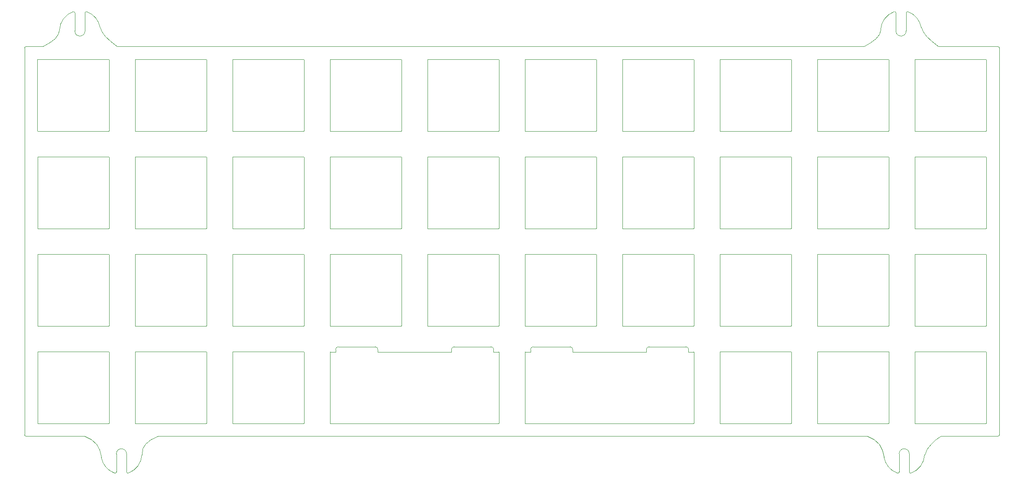
<source format=gm1>
G04 #@! TF.GenerationSoftware,KiCad,Pcbnew,(6.0.0)*
G04 #@! TF.CreationDate,2023-02-08T23:35:55+02:00*
G04 #@! TF.ProjectId,Umo FR4 Plates,556d6f20-4652-4342-9050-6c617465732e,rev?*
G04 #@! TF.SameCoordinates,Original*
G04 #@! TF.FileFunction,Profile,NP*
%FSLAX46Y46*%
G04 Gerber Fmt 4.6, Leading zero omitted, Abs format (unit mm)*
G04 Created by KiCad (PCBNEW (6.0.0)) date 2023-02-08 23:35:55*
%MOMM*%
%LPD*%
G01*
G04 APERTURE LIST*
G04 #@! TA.AperFunction,Profile*
%ADD10C,0.100000*%
G04 #@! TD*
G04 APERTURE END LIST*
D10*
X123440000Y-88610000D02*
G75*
G03*
X123390000Y-88560000I-50001J-1D01*
G01*
X71339999Y-121559999D02*
X71339999Y-107659999D01*
X199590000Y-64460000D02*
X185690000Y-64460000D01*
X66240000Y-83510000D02*
X52340000Y-83510000D01*
X185640000Y-64410000D02*
G75*
G03*
X185690000Y-64460000I50001J1D01*
G01*
X104389999Y-88609999D02*
G75*
G03*
X104339999Y-88559999I-50001J-1D01*
G01*
X133700000Y-106617347D02*
X136098983Y-106617348D01*
X123390000Y-83510000D02*
X109490000Y-83510000D01*
X204690000Y-102510000D02*
X204690000Y-88610000D01*
X222682077Y-127554861D02*
X222682077Y-131090401D01*
X199590000Y-83510000D02*
G75*
G03*
X199640000Y-83460000I-1J50001D01*
G01*
X204740000Y-50460000D02*
X218640000Y-50460000D01*
X223790000Y-88560000D02*
X237690000Y-88560000D01*
X199589999Y-121609999D02*
X185689999Y-121609999D01*
X85290000Y-102560000D02*
X71390000Y-102560000D01*
X128490000Y-102510000D02*
X128490000Y-88610000D01*
X71390000Y-50460000D02*
G75*
G03*
X71340000Y-50510000I1J-50001D01*
G01*
X104390000Y-69560000D02*
X104390000Y-83460000D01*
X225009591Y-44197549D02*
X225342237Y-45020621D01*
X220066690Y-44870997D02*
G75*
G03*
X222066690Y-44870997I1000000J0D01*
G01*
X104339999Y-102559999D02*
G75*
G03*
X104389999Y-102509999I-1J50001D01*
G01*
X166590000Y-83460000D02*
X166590000Y-69560000D01*
X109440000Y-83460000D02*
G75*
G03*
X109490000Y-83510000I50001J1D01*
G01*
X204690000Y-83460000D02*
X204690000Y-69560000D01*
X64454285Y-126822780D02*
X63820223Y-125661181D01*
X226165573Y-126645341D02*
X226855878Y-125672761D01*
X66239999Y-121609999D02*
G75*
G03*
X66289999Y-121559999I-1J50001D01*
G01*
X62798560Y-124770537D02*
X61432508Y-124120640D01*
X66290000Y-88610000D02*
X66290000Y-102510000D01*
X180590000Y-69560000D02*
G75*
G03*
X180540000Y-69510000I-50001J-1D01*
G01*
X166640000Y-69510000D02*
G75*
G03*
X166590000Y-69560000I1J-50001D01*
G01*
X217071038Y-44684545D02*
X216803578Y-45538884D01*
X237690000Y-83510000D02*
G75*
G03*
X237740000Y-83460000I-1J50001D01*
G01*
X147539999Y-121559999D02*
G75*
G03*
X147589999Y-121609999I50001J1D01*
G01*
X71340000Y-64410000D02*
X71340000Y-50510000D01*
X147590000Y-50460000D02*
G75*
G03*
X147540000Y-50510000I1J-50001D01*
G01*
X204689999Y-121559999D02*
G75*
G03*
X204739999Y-121609999I50001J1D01*
G01*
X218640000Y-64460000D02*
X204740000Y-64460000D01*
X225677739Y-127741220D02*
X226165573Y-126645341D01*
X52340000Y-69510000D02*
G75*
G03*
X52290000Y-69560000I1J-50001D01*
G01*
X69682077Y-127554861D02*
X69682077Y-131090395D01*
X142440000Y-64460000D02*
X128540000Y-64460000D01*
X237690000Y-102560000D02*
G75*
G03*
X237740000Y-102510000I-1J50001D01*
G01*
X66240000Y-102560000D02*
G75*
G03*
X66290000Y-102510000I-1J50001D01*
G01*
X104390000Y-50510000D02*
G75*
G03*
X104340000Y-50460000I-50001J-1D01*
G01*
X237690000Y-83510000D02*
X223790000Y-83510000D01*
X90389999Y-121559999D02*
G75*
G03*
X90439999Y-121609999I50001J1D01*
G01*
X166640000Y-69510000D02*
X180540000Y-69510000D01*
X223015410Y-131326103D02*
G75*
G03*
X225677739Y-127741220I-1333330J3771240D01*
G01*
X66239999Y-121609999D02*
X52339999Y-121609999D01*
X218690000Y-69560000D02*
X218690000Y-83460000D01*
X71390000Y-69510000D02*
X85290000Y-69510000D01*
X90390000Y-64410000D02*
X90390000Y-50510000D01*
X66266708Y-50503065D02*
X66266708Y-64403065D01*
X166640000Y-88560000D02*
X180540000Y-88560000D01*
X142489847Y-107667407D02*
G75*
G03*
X142439847Y-107617407I-50001J-1D01*
G01*
X199590000Y-64460000D02*
G75*
G03*
X199640000Y-64410000I-1J50001D01*
G01*
X161540000Y-69560000D02*
X161540000Y-83460000D01*
X199640000Y-88610000D02*
X199640000Y-102510000D01*
X185639999Y-121559999D02*
G75*
G03*
X185689999Y-121609999I50001J1D01*
G01*
X180540000Y-102560000D02*
X166640000Y-102560000D01*
X50013761Y-47920640D02*
G75*
G03*
X49763761Y-48170640I-1J-249999D01*
G01*
X123390000Y-64460000D02*
X109490000Y-64460000D01*
X166639999Y-121609999D02*
X147589999Y-121609999D01*
X71390000Y-88560000D02*
G75*
G03*
X71340000Y-88610000I1J-50001D01*
G01*
X204739999Y-88559999D02*
G75*
G03*
X204689999Y-88609999I1J-50001D01*
G01*
X218690000Y-88610000D02*
G75*
G03*
X218640000Y-88560000I-50001J-1D01*
G01*
X90390000Y-83460000D02*
X90390000Y-69560000D01*
X90439999Y-107609999D02*
G75*
G03*
X90389999Y-107659999I1J-50001D01*
G01*
X61900023Y-41099762D02*
G75*
G03*
X61566690Y-41335463I-83334J-235701D01*
G01*
X52266708Y-64403065D02*
X52266708Y-50503065D01*
X128490000Y-102510000D02*
G75*
G03*
X128540000Y-102560000I50001J1D01*
G01*
X204740000Y-50460000D02*
G75*
G03*
X204690000Y-50510000I1J-50001D01*
G01*
X64739200Y-128228451D02*
X64454285Y-126822780D01*
X215788717Y-124784766D02*
X214432508Y-124120640D01*
X66289999Y-107659999D02*
X66289999Y-121559999D01*
X85339999Y-88609999D02*
G75*
G03*
X85289999Y-88559999I-50001J-1D01*
G01*
X227028390Y-46886996D02*
X228337125Y-47920640D01*
X166590000Y-102510000D02*
G75*
G03*
X166640000Y-102560000I50001J1D01*
G01*
X179524983Y-107117348D02*
X179524983Y-107617348D01*
X90440000Y-88560000D02*
G75*
G03*
X90390000Y-88610000I1J-50001D01*
G01*
X237690000Y-102560000D02*
X223790000Y-102560000D01*
X141424983Y-107117348D02*
G75*
G03*
X140924983Y-106617348I-500001J-1D01*
G01*
X147539999Y-121559999D02*
X147539817Y-107667169D01*
X223740000Y-102510000D02*
X223740000Y-88610000D01*
X237740000Y-69560000D02*
X237740000Y-83460000D01*
X180539999Y-121609999D02*
G75*
G03*
X180589999Y-121559999I-1J50001D01*
G01*
X142489847Y-107667407D02*
X142489999Y-121559999D01*
X222682077Y-127554861D02*
G75*
G03*
X220682077Y-127554964I-1000000J0D01*
G01*
X123440000Y-69560000D02*
X123440000Y-83460000D01*
X142490000Y-69560000D02*
X142490000Y-83460000D01*
X55674383Y-46362929D02*
X54665694Y-47155191D01*
X104339999Y-121609999D02*
X90439999Y-121609999D01*
X128540000Y-69510000D02*
X142440000Y-69510000D01*
X219733357Y-41099761D02*
G75*
G03*
X217071032Y-44684673I1333334J-3771237D01*
G01*
X123390000Y-102560000D02*
G75*
G03*
X123440000Y-102510000I-1J50001D01*
G01*
X217739182Y-128228343D02*
X217444667Y-126836828D01*
X66290000Y-69560000D02*
X66290000Y-83460000D01*
X52290000Y-83460000D02*
X52290000Y-69560000D01*
X66528390Y-46886996D02*
X67837125Y-47920640D01*
X85339999Y-107659999D02*
G75*
G03*
X85289999Y-107609999I-50001J-1D01*
G01*
X111048983Y-106617348D02*
X118274000Y-106617347D01*
X109490000Y-50460000D02*
X123390000Y-50460000D01*
X66216708Y-64453065D02*
G75*
G03*
X66266708Y-64403065I-1J50001D01*
G01*
X128539999Y-121609999D02*
X109489999Y-121609999D01*
X166640000Y-88560000D02*
G75*
G03*
X166590000Y-88610000I1J-50001D01*
G01*
X185690000Y-69510000D02*
X199590000Y-69510000D01*
X218690000Y-50510000D02*
G75*
G03*
X218640000Y-50460000I-50001J-1D01*
G01*
X220348744Y-131326096D02*
G75*
G03*
X220682077Y-131090395I83334J235701D01*
G01*
X85290000Y-64460000D02*
X71390000Y-64460000D01*
X185639999Y-121559999D02*
X185639999Y-107659999D01*
X123390000Y-64460000D02*
G75*
G03*
X123440000Y-64410000I-1J50001D01*
G01*
X237740000Y-88610000D02*
X237740000Y-102510000D01*
X225342237Y-45020621D02*
X226010995Y-45916203D01*
X218693717Y-107659998D02*
G75*
G03*
X218643717Y-107609998I-50001J-1D01*
G01*
X180540000Y-64460000D02*
G75*
G03*
X180590000Y-64410000I-1J50001D01*
G01*
X180590000Y-50510000D02*
G75*
G03*
X180540000Y-50460000I-50001J-1D01*
G01*
X218640000Y-83510000D02*
X204740000Y-83510000D01*
X147590000Y-69510000D02*
G75*
G03*
X147540000Y-69560000I1J-50001D01*
G01*
X199589999Y-102559999D02*
X185689999Y-102559999D01*
X199640000Y-50510000D02*
G75*
G03*
X199590000Y-50460000I-50001J-1D01*
G01*
X223789999Y-88559999D02*
G75*
G03*
X223739999Y-88609999I1J-50001D01*
G01*
X71389999Y-107609999D02*
X85289999Y-107609999D01*
X180540000Y-64460000D02*
X166640000Y-64460000D01*
X128490000Y-64410000D02*
X128490000Y-50510000D01*
X128540000Y-88560000D02*
G75*
G03*
X128490000Y-88610000I1J-50001D01*
G01*
X85340000Y-69560000D02*
G75*
G03*
X85290000Y-69510000I-50001J-1D01*
G01*
X142440000Y-102560000D02*
X128540000Y-102560000D01*
X180540000Y-102560000D02*
G75*
G03*
X180590000Y-102510000I-1J50001D01*
G01*
X180539999Y-121609999D02*
X166639999Y-121609999D01*
X104340000Y-64460000D02*
G75*
G03*
X104390000Y-64410000I-1J50001D01*
G01*
X147590000Y-88560000D02*
G75*
G03*
X147540000Y-88610000I1J-50001D01*
G01*
X174198983Y-106617348D02*
X179024983Y-106617348D01*
X237739999Y-107659999D02*
G75*
G03*
X237689999Y-107609999I-50001J-1D01*
G01*
X218640000Y-102560000D02*
X204740000Y-102560000D01*
X180590000Y-88610000D02*
X180590000Y-102510000D01*
X161490000Y-102560000D02*
X147590000Y-102560000D01*
X161540000Y-88610000D02*
X161540000Y-102510000D01*
X54665694Y-47155191D02*
X53336829Y-47920640D01*
X217739183Y-128228343D02*
G75*
G03*
X220348743Y-131326097I3942895J673482D01*
G01*
X216807005Y-125680409D02*
X215788717Y-124784766D01*
X52289999Y-121559999D02*
X52289999Y-107659999D01*
X185640000Y-102510000D02*
X185640000Y-88610000D01*
X171800000Y-106617347D02*
G75*
G03*
X171300000Y-107117347I1J-500001D01*
G01*
X66240000Y-102560000D02*
X52340000Y-102560000D01*
X185690000Y-50460000D02*
X199590000Y-50460000D01*
X223790000Y-50460000D02*
G75*
G03*
X223740000Y-50510000I1J-50001D01*
G01*
X220066690Y-44870997D02*
X220066690Y-41335463D01*
X50013761Y-47920640D02*
X53336829Y-47920640D01*
X110548983Y-107617348D02*
X110548983Y-107117348D01*
X71389999Y-107609999D02*
G75*
G03*
X71339999Y-107659999I1J-50001D01*
G01*
X228337125Y-47920640D02*
X240013761Y-47920640D01*
X185690000Y-88560000D02*
X199590000Y-88560000D01*
X179524983Y-107617348D02*
X180539971Y-107618232D01*
X59566691Y-41335457D02*
G75*
G03*
X59233357Y-41099755I-250001J-1D01*
G01*
X59566690Y-44870997D02*
X59566690Y-41335457D01*
X240013761Y-124120640D02*
G75*
G03*
X240263761Y-123870640I1J249999D01*
G01*
X223739999Y-121559999D02*
G75*
G03*
X223789999Y-121609999I50001J1D01*
G01*
X104389999Y-107659999D02*
X104389999Y-121559999D01*
X223740000Y-64410000D02*
G75*
G03*
X223790000Y-64460000I50001J1D01*
G01*
X147590000Y-88560000D02*
X161490000Y-88560000D01*
X85339999Y-107659999D02*
X85339999Y-121559999D01*
X204690000Y-83460000D02*
G75*
G03*
X204740000Y-83510000I50001J1D01*
G01*
X142490000Y-50510000D02*
X142490000Y-64410000D01*
X90440000Y-88560000D02*
X104340000Y-88560000D01*
X220682077Y-127554964D02*
X220682077Y-131090395D01*
X71390000Y-88560000D02*
X85290000Y-88560000D01*
X71340000Y-83460000D02*
X71340000Y-69560000D01*
X199640000Y-88610000D02*
G75*
G03*
X199590000Y-88560000I-50001J-1D01*
G01*
X237689999Y-121609999D02*
X223789999Y-121609999D01*
X52339999Y-107609999D02*
X66239999Y-107609999D01*
X66289999Y-107659999D02*
G75*
G03*
X66239999Y-107609999I-50001J-1D01*
G01*
X71340000Y-83460000D02*
G75*
G03*
X71390000Y-83510000I50001J1D01*
G01*
X104340000Y-83510000D02*
X90440000Y-83510000D01*
X66216708Y-64453065D02*
X52316708Y-64453065D01*
X218690000Y-69560000D02*
G75*
G03*
X218640000Y-69510000I-50001J-1D01*
G01*
X66240000Y-83510000D02*
G75*
G03*
X66290000Y-83460000I-1J50001D01*
G01*
X90390000Y-102510000D02*
G75*
G03*
X90440000Y-102560000I50001J1D01*
G01*
X104390000Y-69560000D02*
G75*
G03*
X104340000Y-69510000I-50001J-1D01*
G01*
X204689999Y-121559999D02*
X204689999Y-107659999D01*
X204690000Y-64410000D02*
G75*
G03*
X204740000Y-64460000I50001J1D01*
G01*
X185690000Y-88560000D02*
G75*
G03*
X185640000Y-88610000I1J-50001D01*
G01*
X52339999Y-107609999D02*
G75*
G03*
X52289999Y-107659999I1J-50001D01*
G01*
X161490000Y-83510000D02*
X147590000Y-83510000D01*
X223739999Y-121559999D02*
X223739999Y-107659999D01*
X218640000Y-64460000D02*
G75*
G03*
X218690000Y-64410000I-1J50001D01*
G01*
X85340000Y-50510000D02*
G75*
G03*
X85290000Y-50460000I-50001J-1D01*
G01*
X185690000Y-69510000D02*
G75*
G03*
X185640000Y-69560000I1J-50001D01*
G01*
X49763761Y-123870640D02*
G75*
G03*
X50013761Y-124120640I249999J-1D01*
G01*
X104340000Y-102560000D02*
X90440000Y-102560000D01*
X204690000Y-102510000D02*
G75*
G03*
X204740000Y-102560000I50001J1D01*
G01*
X179524983Y-107117348D02*
G75*
G03*
X179024983Y-106617348I-500001J-1D01*
G01*
X90390000Y-64410000D02*
G75*
G03*
X90440000Y-64460000I50001J1D01*
G01*
X223740000Y-83460000D02*
X223740000Y-69560000D01*
X66266708Y-50503065D02*
G75*
G03*
X66216708Y-50453065I-50001J-1D01*
G01*
X171800000Y-106617347D02*
X174198983Y-106617348D01*
X85289999Y-121609999D02*
G75*
G03*
X85339999Y-121559999I-1J50001D01*
G01*
X215165694Y-47155191D02*
X213836829Y-47920640D01*
X216803578Y-45538884D02*
X216174383Y-46362929D01*
X64842237Y-45020621D02*
X65510995Y-45916203D01*
X67837125Y-47920640D02*
X213836829Y-47920640D01*
X180540000Y-83510000D02*
X166640000Y-83510000D01*
X214432508Y-124120640D02*
X75881910Y-124120640D01*
X226010995Y-45916203D02*
X227028390Y-46886996D01*
X109490000Y-69510000D02*
G75*
G03*
X109440000Y-69560000I1J-50001D01*
G01*
X237689999Y-121609999D02*
G75*
G03*
X237739999Y-121559999I-1J50001D01*
G01*
X225009591Y-44197549D02*
G75*
G03*
X222400024Y-41099761I-3942902J-673449D01*
G01*
X111048983Y-106617348D02*
G75*
G03*
X110548983Y-107117348I1J-500001D01*
G01*
X123390000Y-102560000D02*
X109490000Y-102560000D01*
X128490000Y-83460000D02*
G75*
G03*
X128540000Y-83510000I50001J1D01*
G01*
X128540000Y-69510000D02*
G75*
G03*
X128490000Y-69560000I1J-50001D01*
G01*
X218640000Y-102560000D02*
G75*
G03*
X218690000Y-102510000I-1J50001D01*
G01*
X142490000Y-88610000D02*
X142490000Y-102510000D01*
X223740000Y-102510000D02*
G75*
G03*
X223790000Y-102560000I50001J1D01*
G01*
X237740000Y-69560000D02*
G75*
G03*
X237690000Y-69510000I-50001J-1D01*
G01*
X109489818Y-107617245D02*
X110548983Y-107617348D01*
X52266708Y-64403065D02*
G75*
G03*
X52316708Y-64453065I50001J1D01*
G01*
X61566690Y-44870997D02*
X61566690Y-41335463D01*
X85340000Y-69560000D02*
X85340000Y-83460000D01*
X218690000Y-50510000D02*
X218690000Y-64410000D01*
X161540000Y-50510000D02*
G75*
G03*
X161490000Y-50460000I-50001J-1D01*
G01*
X85290000Y-83510000D02*
G75*
G03*
X85340000Y-83460000I-1J50001D01*
G01*
X90440000Y-50460000D02*
G75*
G03*
X90390000Y-50510000I1J-50001D01*
G01*
X166590000Y-64410000D02*
G75*
G03*
X166640000Y-64460000I50001J1D01*
G01*
X52316708Y-50453065D02*
G75*
G03*
X52266708Y-50503065I1J-50001D01*
G01*
X123440000Y-88610000D02*
X123440000Y-102510000D01*
X161490000Y-102560000D02*
G75*
G03*
X161540000Y-102510000I-1J50001D01*
G01*
X109439999Y-121559999D02*
G75*
G03*
X109489999Y-121609999I50001J1D01*
G01*
X156874000Y-107117347D02*
X156874000Y-107617347D01*
X109489818Y-107617245D02*
G75*
G03*
X109439818Y-107667245I1J-50001D01*
G01*
X85340000Y-88610000D02*
X85340000Y-102510000D01*
X142490000Y-50510000D02*
G75*
G03*
X142440000Y-50460000I-50001J-1D01*
G01*
X237739999Y-107659999D02*
X237739999Y-121559999D01*
X123440000Y-50510000D02*
X123440000Y-64410000D01*
X64509591Y-44197549D02*
X64842237Y-45020621D01*
X71390000Y-50460000D02*
X85290000Y-50460000D01*
X222066690Y-44870997D02*
X222066690Y-41335463D01*
X147540000Y-64410000D02*
X147540000Y-50510000D01*
X66290000Y-88610000D02*
G75*
G03*
X66240000Y-88560000I-50001J-1D01*
G01*
X104340000Y-64460000D02*
X90440000Y-64460000D01*
X90440000Y-69510000D02*
X104340000Y-69510000D01*
X128540000Y-50460000D02*
G75*
G03*
X128490000Y-50510000I1J-50001D01*
G01*
X149148983Y-106617348D02*
G75*
G03*
X148648983Y-107117348I1J-500001D01*
G01*
X56571038Y-44684545D02*
X56303578Y-45538884D01*
X223790000Y-50460000D02*
X237690000Y-50460000D01*
X156874000Y-107617347D02*
X171300000Y-107617347D01*
X142440000Y-102560000D02*
G75*
G03*
X142490000Y-102510000I-1J50001D01*
G01*
X218639999Y-121609999D02*
G75*
G03*
X218689999Y-121559999I-1J50001D01*
G01*
X90439999Y-107609999D02*
X104339999Y-107609999D01*
X147589817Y-107617169D02*
X148648983Y-107617348D01*
X161490000Y-83510000D02*
G75*
G03*
X161540000Y-83460000I-1J50001D01*
G01*
X220066691Y-41335463D02*
G75*
G03*
X219733357Y-41099761I-250001J-1D01*
G01*
X199589999Y-121609999D02*
G75*
G03*
X199639999Y-121559999I-1J50001D01*
G01*
X123440000Y-50510000D02*
G75*
G03*
X123390000Y-50460000I-50001J-1D01*
G01*
X71340000Y-102510000D02*
X71340000Y-88610000D01*
X147540000Y-102510000D02*
X147540000Y-88610000D01*
X171300000Y-107617347D02*
X171300000Y-107117347D01*
X199590000Y-102560000D02*
G75*
G03*
X199640000Y-102510000I-1J50001D01*
G01*
X52290000Y-102510000D02*
G75*
G03*
X52340000Y-102560000I50001J1D01*
G01*
X218690000Y-88610000D02*
X218690000Y-102510000D01*
X70015410Y-131326097D02*
G75*
G03*
X72677728Y-127741331I-1333334J3771237D01*
G01*
X71340000Y-102510000D02*
G75*
G03*
X71390000Y-102560000I50001J1D01*
G01*
X142440000Y-83510000D02*
X128540000Y-83510000D01*
X133200000Y-107617347D02*
X133200000Y-107117347D01*
X216174383Y-46362929D02*
X215165694Y-47155191D01*
X67682077Y-127554878D02*
X67682077Y-131090395D01*
X71339999Y-121559999D02*
G75*
G03*
X71389999Y-121609999I50001J1D01*
G01*
X166590000Y-64410000D02*
X166590000Y-50510000D01*
X227769933Y-124836437D02*
X228881910Y-124120640D01*
X90440000Y-69510000D02*
G75*
G03*
X90390000Y-69560000I1J-50001D01*
G01*
X52289999Y-121559999D02*
G75*
G03*
X52339999Y-121609999I50001J1D01*
G01*
X118774000Y-107117347D02*
G75*
G03*
X118274000Y-106617347I-500001J-1D01*
G01*
X109440000Y-64410000D02*
G75*
G03*
X109490000Y-64460000I50001J1D01*
G01*
X237740000Y-50510000D02*
X237740000Y-64410000D01*
X147540000Y-64410000D02*
G75*
G03*
X147590000Y-64460000I50001J1D01*
G01*
X90440000Y-50460000D02*
X104340000Y-50460000D01*
X63820223Y-125661181D02*
X62798560Y-124770537D01*
X180590000Y-50510000D02*
X180590000Y-64410000D01*
X142490000Y-88610000D02*
G75*
G03*
X142440000Y-88560000I-50001J-1D01*
G01*
X204740000Y-69510000D02*
X218640000Y-69510000D01*
X240013761Y-124120640D02*
X228881910Y-124120640D01*
X147540000Y-83460000D02*
X147540000Y-69560000D01*
X199640000Y-50510000D02*
X199640000Y-64410000D01*
X237690000Y-64460000D02*
G75*
G03*
X237740000Y-64410000I-1J50001D01*
G01*
X199590000Y-83510000D02*
X185690000Y-83510000D01*
X142439847Y-107617407D02*
X141424983Y-107617348D01*
X199640000Y-69560000D02*
G75*
G03*
X199590000Y-69510000I-50001J-1D01*
G01*
X142439999Y-121609999D02*
X128539999Y-121609999D01*
X142490000Y-69560000D02*
G75*
G03*
X142440000Y-69510000I-50001J-1D01*
G01*
X185640000Y-64410000D02*
X185640000Y-50510000D01*
X223789999Y-107609999D02*
G75*
G03*
X223739999Y-107659999I1J-50001D01*
G01*
X72677728Y-127741330D02*
X72829332Y-126573281D01*
X133700000Y-106617347D02*
G75*
G03*
X133200000Y-107117347I1J-500001D01*
G01*
X85289999Y-121609999D02*
X71389999Y-121609999D01*
X148648983Y-107617348D02*
X148648983Y-107117348D01*
X199640000Y-69560000D02*
X199640000Y-83460000D01*
X56303578Y-45538884D02*
X55674383Y-46362929D01*
X166590000Y-102510000D02*
X166590000Y-88610000D01*
X66290000Y-69560000D02*
G75*
G03*
X66240000Y-69510000I-50001J-1D01*
G01*
X109440000Y-102510000D02*
X109440000Y-88610000D01*
X185689999Y-107609999D02*
G75*
G03*
X185639999Y-107659999I1J-50001D01*
G01*
X204740000Y-88560000D02*
X218640000Y-88560000D01*
X109440000Y-102510000D02*
G75*
G03*
X109490000Y-102560000I50001J1D01*
G01*
X109440000Y-64410000D02*
X109440000Y-50510000D01*
X123440000Y-69560000D02*
G75*
G03*
X123390000Y-69510000I-50001J-1D01*
G01*
X104390000Y-50510000D02*
X104390000Y-64410000D01*
X180589971Y-107668232D02*
G75*
G03*
X180539971Y-107618232I-50001J-1D01*
G01*
X156874000Y-107117347D02*
G75*
G03*
X156374000Y-106617347I-500001J-1D01*
G01*
X142439999Y-121609999D02*
G75*
G03*
X142489999Y-121559999I-1J50001D01*
G01*
X59233357Y-41099755D02*
G75*
G03*
X56571024Y-44684672I1333329J-3771242D01*
G01*
X118774000Y-107117347D02*
X118774000Y-107617347D01*
X185640000Y-83460000D02*
X185640000Y-69560000D01*
X109490000Y-69510000D02*
X123390000Y-69510000D01*
X49763761Y-123870640D02*
X49763761Y-48170640D01*
X185690000Y-50460000D02*
G75*
G03*
X185640000Y-50510000I1J-50001D01*
G01*
X161490000Y-64460000D02*
X147590000Y-64460000D01*
X73407953Y-125578077D02*
X74446425Y-124769008D01*
X222682076Y-131090401D02*
G75*
G03*
X223015410Y-131326103I250001J1D01*
G01*
X147540000Y-83460000D02*
G75*
G03*
X147590000Y-83510000I50001J1D01*
G01*
X237740000Y-88610000D02*
G75*
G03*
X237690000Y-88560000I-50001J-1D01*
G01*
X180590000Y-88610000D02*
G75*
G03*
X180540000Y-88560000I-50001J-1D01*
G01*
X166640000Y-50460000D02*
X180540000Y-50460000D01*
X218693717Y-107659998D02*
X218689999Y-121559999D01*
X128540000Y-50460000D02*
X142440000Y-50460000D01*
X109490000Y-88560000D02*
X123390000Y-88560000D01*
X240263761Y-48170640D02*
G75*
G03*
X240013761Y-47920640I-249999J1D01*
G01*
X67348744Y-131326096D02*
G75*
G03*
X67682077Y-131090395I83334J235701D01*
G01*
X199639999Y-107659999D02*
X199639999Y-121559999D01*
X142440000Y-64460000D02*
G75*
G03*
X142490000Y-64410000I-1J50001D01*
G01*
X222400023Y-41099762D02*
G75*
G03*
X222066690Y-41335463I-83334J-235701D01*
G01*
X69682077Y-127554861D02*
G75*
G03*
X67682077Y-127554879I-1000000J0D01*
G01*
X147590000Y-69510000D02*
X161490000Y-69510000D01*
X180590000Y-69560000D02*
X180590000Y-83460000D01*
X161540000Y-88610000D02*
G75*
G03*
X161490000Y-88560000I-50001J-1D01*
G01*
X118774000Y-107617347D02*
X133200000Y-107617347D01*
X71340000Y-64410000D02*
G75*
G03*
X71390000Y-64460000I50001J1D01*
G01*
X74446425Y-124769008D02*
X75881910Y-124120640D01*
X85290000Y-83510000D02*
X71390000Y-83510000D01*
X52316708Y-50453065D02*
X66216708Y-50453065D01*
X237690000Y-64460000D02*
X223790000Y-64460000D01*
X204739999Y-107609999D02*
X218643717Y-107609998D01*
X64739200Y-128228451D02*
G75*
G03*
X67348743Y-131326097I3942877J673590D01*
G01*
X123390000Y-83510000D02*
G75*
G03*
X123440000Y-83460000I-1J50001D01*
G01*
X141424983Y-107117348D02*
X141424983Y-107617348D01*
X109489999Y-88559999D02*
G75*
G03*
X109439999Y-88609999I1J-50001D01*
G01*
X104389999Y-107659999D02*
G75*
G03*
X104339999Y-107609999I-50001J-1D01*
G01*
X166590000Y-83460000D02*
G75*
G03*
X166640000Y-83510000I50001J1D01*
G01*
X240263761Y-48170640D02*
X240263761Y-123870640D01*
X85290000Y-64460000D02*
G75*
G03*
X85340000Y-64410000I-1J50001D01*
G01*
X128490000Y-83460000D02*
X128490000Y-69560000D01*
X109440000Y-83460000D02*
X109440000Y-69560000D01*
X147540000Y-102510000D02*
G75*
G03*
X147590000Y-102560000I50001J1D01*
G01*
X61432508Y-124120640D02*
X50013761Y-124120640D01*
X59566690Y-44870997D02*
G75*
G03*
X61566690Y-44870997I1000000J0D01*
G01*
X52340000Y-88560000D02*
G75*
G03*
X52290000Y-88610000I1J-50001D01*
G01*
X52340000Y-88560000D02*
X66240000Y-88560000D01*
X85340000Y-50510000D02*
X85340000Y-64410000D01*
X199639999Y-107659999D02*
G75*
G03*
X199589999Y-107609999I-50001J-1D01*
G01*
X223790000Y-69510000D02*
G75*
G03*
X223740000Y-69560000I1J-50001D01*
G01*
X218640000Y-83510000D02*
G75*
G03*
X218690000Y-83460000I-1J50001D01*
G01*
X104390000Y-88610000D02*
X104390000Y-102510000D01*
X223740000Y-64410000D02*
X223740000Y-50510000D01*
X69682076Y-131090395D02*
G75*
G03*
X70015410Y-131326097I250001J1D01*
G01*
X223740000Y-83460000D02*
G75*
G03*
X223790000Y-83510000I50001J1D01*
G01*
X166640000Y-50460000D02*
G75*
G03*
X166590000Y-50510000I1J-50001D01*
G01*
X180540000Y-83510000D02*
G75*
G03*
X180590000Y-83460000I-1J50001D01*
G01*
X237740000Y-50510000D02*
G75*
G03*
X237690000Y-50460000I-50001J-1D01*
G01*
X128490000Y-64410000D02*
G75*
G03*
X128540000Y-64460000I50001J1D01*
G01*
X90390000Y-102510000D02*
X90390000Y-88610000D01*
X71390000Y-69510000D02*
G75*
G03*
X71340000Y-69560000I1J-50001D01*
G01*
X72829332Y-126573281D02*
X73407953Y-125578077D01*
X185640000Y-102510000D02*
G75*
G03*
X185690000Y-102560000I50001J1D01*
G01*
X136098983Y-106617348D02*
X140924983Y-106617348D01*
X85289999Y-102559999D02*
G75*
G03*
X85339999Y-102509999I-1J50001D01*
G01*
X180589971Y-107668232D02*
X180589999Y-121559999D01*
X64509591Y-44197549D02*
G75*
G03*
X61900024Y-41099758I-3942904J-673447D01*
G01*
X109439999Y-121559999D02*
X109439818Y-107667245D01*
X128540000Y-88560000D02*
X142440000Y-88560000D01*
X90389999Y-121559999D02*
X90389999Y-107659999D01*
X223790000Y-69510000D02*
X237690000Y-69510000D01*
X161490000Y-64460000D02*
G75*
G03*
X161540000Y-64410000I-1J50001D01*
G01*
X226855878Y-125672761D02*
X227769933Y-124836437D01*
X65510995Y-45916203D02*
X66528390Y-46886996D01*
X104340000Y-83510000D02*
G75*
G03*
X104390000Y-83460000I-1J50001D01*
G01*
X204740000Y-69510000D02*
G75*
G03*
X204690000Y-69560000I1J-50001D01*
G01*
X185640000Y-83460000D02*
G75*
G03*
X185690000Y-83510000I50001J1D01*
G01*
X90390000Y-83460000D02*
G75*
G03*
X90440000Y-83510000I50001J1D01*
G01*
X147589817Y-107617169D02*
G75*
G03*
X147539817Y-107667169I1J-50001D01*
G01*
X218639999Y-121609999D02*
X204739999Y-121609999D01*
X142440000Y-83510000D02*
G75*
G03*
X142490000Y-83460000I-1J50001D01*
G01*
X52290000Y-102510000D02*
X52290000Y-88610000D01*
X52340000Y-69510000D02*
X66240000Y-69510000D01*
X223789999Y-107609999D02*
X237689999Y-107609999D01*
X147590000Y-50460000D02*
X161490000Y-50460000D01*
X109490000Y-50460000D02*
G75*
G03*
X109440000Y-50510000I1J-50001D01*
G01*
X52290000Y-83460000D02*
G75*
G03*
X52340000Y-83510000I50001J1D01*
G01*
X104339999Y-121609999D02*
G75*
G03*
X104389999Y-121559999I-1J50001D01*
G01*
X185689999Y-107609999D02*
X199589999Y-107609999D01*
X204690000Y-64410000D02*
X204690000Y-50510000D01*
X149148983Y-106617348D02*
X156374000Y-106617347D01*
X161540000Y-50510000D02*
X161540000Y-64410000D01*
X217444667Y-126836828D02*
X216807005Y-125680409D01*
X161540000Y-69560000D02*
G75*
G03*
X161490000Y-69510000I-50001J-1D01*
G01*
X204739999Y-107609999D02*
G75*
G03*
X204689999Y-107659999I1J-50001D01*
G01*
M02*

</source>
